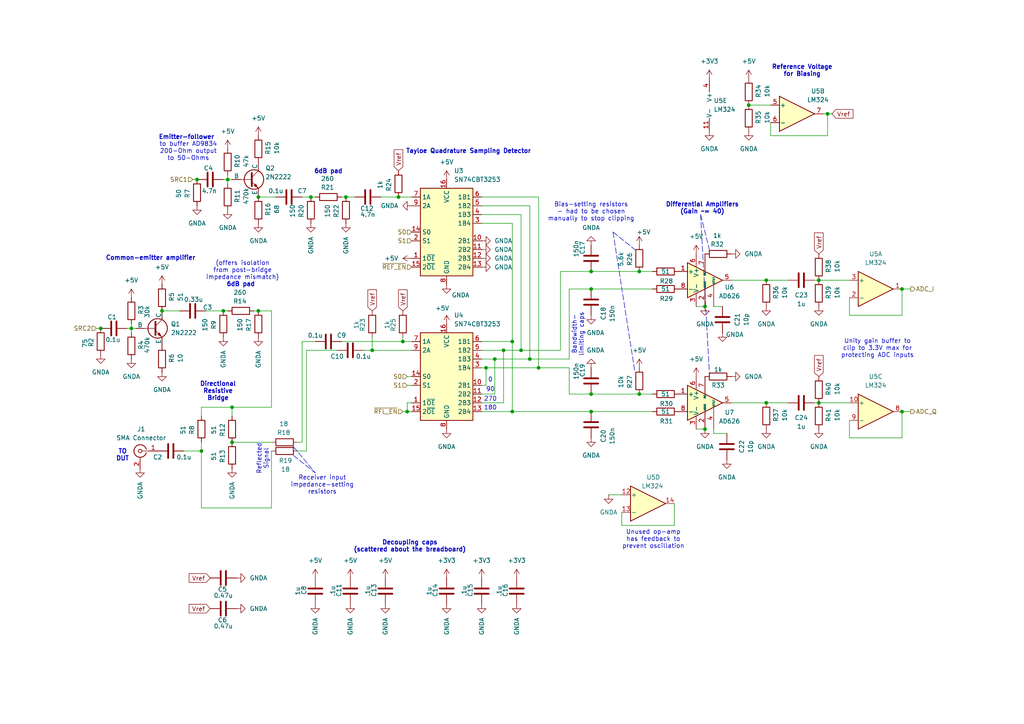
<source format=kicad_sch>
(kicad_sch (version 20250114) (generator "eeschema") (generator_version "9.0")
  (paper "A4")
  (title_block (title "Super VNA") (date "2025-12-09") (rev "1.0") (company "Lafayette College") (comment 1 "Michael Petrov") (comment 2 "Joseph Freeston") (comment 4 "ECE414 Final Project"))
  (lib_symbols
    (symbol "AD626:AD626" (pin_names (offset 0.127))
      (property "Reference" "U" (at 3.81 3.175 0))
      (property "Value" "AD626" (at 3.81 -3.175 0))
      (symbol "AD626_0_1"
        (polyline (pts (xy 5.08 0) (xy -5.08 5.08) (xy -5.08 -5.08) (xy 5.08 0)) (stroke (width 0.254)) (fill (type background)))
      )
      (symbol "AD626_1_1"
        (pin input line (at -7.62 2.54 0) (length 2.54) (name "+") (number "1"))
        (pin input line (at -7.62 -2.54 0) (length 2.54) (name "-") (number "8"))
        (pin power_in line (at -2.54 7.62 270) (length 3.81) (name "V+") (number "6"))
        (pin power_in line (at -2.54 -7.62 90) (length 3.81) (name "V-") (number "3"))
        (pin passive line (at 0 7.62 270) (length 5.08) (name "RG") (number "7"))
        (pin passive line (at 0 -7.62 90) (length 5.08) (name "AGND") (number "2"))
        (pin passive line (at 2.54 -7.62 90) (length 6.35) (name "CFILT") (number "4"))
        (pin output line (at 7.62 0 180) (length 2.54) (name "~") (number "5"))
      )
    )
    (symbol "Amplifier_Operational:LM324" (pin_names (offset 0.127))
      (property "Reference" "U" (at 0 5.08 0))
      (property "Value" "LM324" (at 0 -5.08 0))
      (symbol "LM324_1_1"
        (polyline (pts (xy -5.08 5.08) (xy 5.08 0) (xy -5.08 -5.08) (xy -5.08 5.08)) (stroke (width 0.254)) (fill (type background)))
        (pin input line (at -7.62 2.54 0) (length 2.54) (name "+") (number "3"))
        (pin input line (at -7.62 -2.54 0) (length 2.54) (name "-") (number "2"))
        (pin output line (at 7.62 0 180) (length 2.54) (name "~") (number "1"))
      )
      (symbol "LM324_2_1"
        (polyline (pts (xy -5.08 5.08) (xy 5.08 0) (xy -5.08 -5.08) (xy -5.08 5.08)) (stroke (width 0.254)) (fill (type background)))
        (pin input line (at -7.62 2.54 0) (length 2.54) (name "+") (number "5"))
        (pin input line (at -7.62 -2.54 0) (length 2.54) (name "-") (number "6"))
        (pin output line (at 7.62 0 180) (length 2.54) (name "~") (number "7"))
      )
      (symbol "LM324_3_1"
        (polyline (pts (xy -5.08 5.08) (xy 5.08 0) (xy -5.08 -5.08) (xy -5.08 5.08)) (stroke (width 0.254)) (fill (type background)))
        (pin input line (at -7.62 2.54 0) (length 2.54) (name "+") (number "10"))
        (pin input line (at -7.62 -2.54 0) (length 2.54) (name "-") (number "9"))
        (pin output line (at 7.62 0 180) (length 2.54) (name "~") (number "8"))
      )
      (symbol "LM324_4_1"
        (polyline (pts (xy -5.08 5.08) (xy 5.08 0) (xy -5.08 -5.08) (xy -5.08 5.08)) (stroke (width 0.254)) (fill (type background)))
        (pin input line (at -7.62 2.54 0) (length 2.54) (name "+") (number "12"))
        (pin input line (at -7.62 -2.54 0) (length 2.54) (name "-") (number "13"))
        (pin output line (at 7.62 0 180) (length 2.54) (name "~") (number "14"))
      )
      (symbol "LM324_5_1"
        (pin power_in line (at -2.54 7.62 270) (length 3.81) (name "V+") (number "4"))
        (pin power_in line (at -2.54 -7.62 90) (length 3.81) (name "V-") (number "11"))
      )
    )
    (symbol "Analog_Switch:SN74CBT3253"
      (property "Reference" "U" (at -7.62 13.97 0))
      (property "Value" "SN74CBT3253" (at -11.43 -13.97 0))
      (symbol "SN74CBT3253_0_1"
        (rectangle (start -7.62 12.7) (end 7.62 -12.7) (stroke (width 0.254)) (fill (type background)))
        (rectangle (start 7.62 -12.7) (end 7.62 -12.7))
      )
      (symbol "SN74CBT3253_1_1"
        (pin bidirectional line (at -10.16 10.16 0) (length 2.54) (name "1A") (number "7"))
        (pin bidirectional line (at -10.16 7.62 0) (length 2.54) (name "2A") (number "9"))
        (pin input line (at -10.16 0 0) (length 2.54) (name "S0") (number "14"))
        (pin input line (at -10.16 -2.54 0) (length 2.54) (name "S1") (number "2"))
        (pin input line (at -10.16 -7.62 0) (length 2.54) (name "1~{OE}") (number "1"))
        (pin input line (at -10.16 -10.16 0) (length 2.54) (name "2~{OE}") (number "15"))
        (pin power_in line (at 0 15.24 270) (length 2.54) (name "VCC") (number "16"))
        (pin power_in line (at 0 -15.24 90) (length 2.54) (name "GND") (number "8"))
        (pin bidirectional line (at 10.16 10.16 180) (length 2.54) (name "1B1") (number "6"))
        (pin bidirectional line (at 10.16 7.62 180) (length 2.54) (name "1B2") (number "5"))
        (pin bidirectional line (at 10.16 5.08 180) (length 2.54) (name "1B3") (number "4"))
        (pin bidirectional line (at 10.16 2.54 180) (length 2.54) (name "1B4") (number "3"))
        (pin bidirectional line (at 10.16 -2.54 180) (length 2.54) (name "2B1") (number "10"))
        (pin bidirectional line (at 10.16 -5.08 180) (length 2.54) (name "2B2") (number "11"))
        (pin bidirectional line (at 10.16 -7.62 180) (length 2.54) (name "2B3") (number "12"))
        (pin bidirectional line (at 10.16 -10.16 180) (length 2.54) (name "2B4") (number "13"))
      )
    )
    (symbol "Connector:Conn_Coaxial" (pin_names (offset 1.016) (hide yes))
      (property "Reference" "J" (at 0.254 3.048 0))
      (property "Value" "Conn_Coaxial" (at 2.921 0 90))
      (symbol "Conn_Coaxial_0_1"
        (polyline (pts (xy -2.54 0) (xy -0.508 0)))
        (arc (start 1.778 0) (mid 0.222 -1.8079) (end -1.778 -0.508) (stroke (width 0.254)))
        (arc (start -1.778 0.508) (mid 0.2221 1.8084) (end 1.778 0) (stroke (width 0.254)))
        (circle (center 0 0) (radius 0.508) (stroke (width 0.2032)))
        (polyline (pts (xy 0 -2.54) (xy 0 -1.778)))
      )
      (symbol "Conn_Coaxial_1_1"
        (pin passive line (at -5.08 0 0) (length 2.54) (name "In") (number "1"))
        (pin passive line (at 0 -5.08 90) (length 2.54) (name "Ext") (number "2"))
      )
    )
    (symbol "Device:C" (pin_numbers (hide yes)) (pin_names (offset 0.254))
      (property "Reference" "C" (at 0.635 2.54 0))
      (property "Value" "C" (at 0.635 -2.54 0))
      (symbol "C_0_1"
        (polyline (pts (xy -2.032 0.762) (xy 2.032 0.762)) (stroke (width 0.508)))
        (polyline (pts (xy -2.032 -0.762) (xy 2.032 -0.762)) (stroke (width 0.508)))
      )
      (symbol "C_1_1"
        (pin passive line (at 0 3.81 270) (length 2.794) (name "~") (number "1"))
        (pin passive line (at 0 -3.81 90) (length 2.794) (name "~") (number "2"))
      )
    )
    (symbol "Device:R" (pin_numbers (hide yes)) (pin_names (offset 0))
      (property "Reference" "R" (at 2.032 0 90))
      (property "Value" "R" (at 0 0 90))
      (symbol "R_0_1"
        (rectangle (start -1.016 -2.54) (end 1.016 2.54) (stroke (width 0.254)))
      )
      (symbol "R_1_1"
        (pin passive line (at 0 3.81 270) (length 1.27) (name "~") (number "1"))
        (pin passive line (at 0 -3.81 90) (length 1.27) (name "~") (number "2"))
      )
    )
    (symbol "Simulation_SPICE:NPN" (pin_numbers (hide yes)) (pin_names (offset 0))
      (property "Reference" "Q" (at -2.54 7.62 0))
      (property "Value" "NPN" (at -2.54 5.08 0))
      (symbol "NPN_0_1"
        (polyline (pts (xy -2.54 0) (xy 0.635 0)) (stroke (width 0.1524)))
        (polyline (pts (xy 0.635 1.905) (xy 0.635 -1.905) (xy 0.635 -1.905)) (stroke (width 0.508)))
        (polyline (pts (xy 0.635 0.635) (xy 2.54 2.54)))
        (polyline (pts (xy 0.635 -0.635) (xy 2.54 -2.54) (xy 2.54 -2.54)))
        (circle (center 1.27 0) (radius 2.8194) (stroke (width 0.254)))
        (polyline (pts (xy 1.27 -1.778) (xy 1.778 -1.27) (xy 2.286 -2.286) (xy 1.27 -1.778) (xy 1.27 -1.778)) (fill (type outline)))
        (polyline (pts (xy 2.794 -1.27) (xy 2.794 -1.27)) (stroke (width 0.1524)))
        (polyline (pts (xy 2.794 -1.27) (xy 2.794 -1.27)) (stroke (width 0.1524)))
      )
      (symbol "NPN_1_1"
        (pin input line (at -5.08 0 0) (length 2.54) (name "B") (number "2"))
        (pin open_collector line (at 2.54 5.08 270) (length 2.54) (name "C") (number "1"))
        (pin open_emitter line (at 2.54 -5.08 90) (length 2.54) (name "E") (number "3"))
      )
    )
    (symbol "power:+3V3" (power) (pin_numbers (hide yes)) (pin_names (offset 0) (hide yes))
      (property "Value" "+3V3" (at 0 3.556 0))
      (symbol "+3V3_0_1"
        (polyline (pts (xy -0.762 1.27) (xy 0 2.54)))
        (polyline (pts (xy 0 2.54) (xy 0.762 1.27)))
        (polyline (pts (xy 0 0) (xy 0 2.54)))
      )
      (symbol "+3V3_1_1"
        (pin power_in line (at 0 0 90) (length 0) (name "~") (number "1"))
      )
    )
    (symbol "power:+5V" (power) (pin_numbers (hide yes)) (pin_names (offset 0) (hide yes))
      (property "Value" "+5V" (at 0 3.556 0))
      (symbol "+5V_0_1"
        (polyline (pts (xy -0.762 1.27) (xy 0 2.54)))
        (polyline (pts (xy 0 2.54) (xy 0.762 1.27)))
        (polyline (pts (xy 0 0) (xy 0 2.54)))
      )
      (symbol "+5V_1_1"
        (pin power_in line (at 0 0 90) (length 0) (name "~") (number "1"))
      )
    )
    (symbol "power:GNDA" (power) (pin_numbers (hide yes)) (pin_names (offset 0) (hide yes))
      (property "Value" "GNDA" (at 0 -3.81 0))
      (symbol "GNDA_0_1"
        (polyline (pts (xy 0 0) (xy 0 -1.27) (xy 1.27 -1.27) (xy 0 -2.54) (xy -1.27 -1.27) (xy 0 -1.27)))
      )
      (symbol "GNDA_1_1"
        (pin power_in line (at 0 0 270) (length 0) (name "~") (number "1"))
      )
    )
  )
  (text "Decoupling caps\n(scattered about the breadboard)" (at 118.872 158.496 0) (effects (font (size 1.27 1.27) (thickness 0.254) (bold yes))))
  (text "Unused op-amp\nhas feedback to\nprevent oscillation" (at 189.484 156.464 0) (effects (font (size 1.27 1.27))))
  (text "to buffer AD9834\n200-Ohm output\nto 50-Ohms" (at 54.61 43.942 0) (effects (font (size 1.27 1.27))))
  (text "Bandwidth-\nlimiting caps" (at 167.64 97.028 90) (effects (font (size 1.27 1.27) (thickness 0.1588))))
  (text "(offers isolation\nfrom post-bridge\nimpedance mismatch)" (at 70.358 78.486 0) (effects (font (size 1.27 1.27))))
  (text "Bias-setting resistors\n- had to be chosen\nmanually to stop clipping" (at 171.45 61.468 0) (effects (font (size 1.27 1.27))))
  (text "0" (at 142.24 110.236 0) (effects (font (size 1.27 1.27))))
  (text "270" (at 142.24 115.824 0) (effects (font (size 1.27 1.27))))
  (text "6dB pad" (at 69.85 82.55 0) (effects (font (size 1.27 1.27) (thickness 0.254) (bold yes))))
  (text "Unity gain buffer to\nclip to 3.3V max for\nprotecting ADC inputs" (at 254.508 101.092 0) (effects (font (size 1.27 1.27))))
  (text "TO\nDUT" (at 35.56 132.08 0) (effects (font (size 1.27 1.27) (thickness 0.254) (bold yes))))
  (text "180" (at 142.24 118.364 0) (effects (font (size 1.27 1.27))))
  (text "Reflected\nSignal" (at 76.2 133.096 90) (effects (font (size 1.27 1.27))))
  (text "Reference Voltage\nfor Biasing" (at 232.664 20.574 0) (effects (font (size 1.27 1.27) (thickness 0.254) (bold yes))))
  (text "Common-emitter amplifier" (at 43.688 74.93 0) (effects (font (size 1.27 1.27) (thickness 0.254) (bold yes))))
  (text "Emitter-follower" (at 54.102 39.878 0) (effects (font (size 1.27 1.27) (thickness 0.254) (bold yes))))
  (text "Receiver input\nimpedance-setting\nresistors" (at 93.472 140.716 0) (effects (font (size 1.27 1.27))))
  (text "Tayloe Quadrature Sampling Detector" (at 135.89 43.942 0) (effects (font (size 1.27 1.27) (thickness 0.254) (bold yes))))
  (text "6dB pad" (at 95.25 49.784 0) (effects (font (size 1.27 1.27) (thickness 0.254) (bold yes))))
  (text "Differential Amplifiers\n(Gain ~= 40)" (at 203.708 60.452 0) (effects (font (size 1.27 1.27) (thickness 0.254) (bold yes))))
  (text "90" (at 142.24 113.03 0) (effects (font (size 1.27 1.27))))
  (text "Directional\nResistive\nBridge" (at 63.246 113.538 0) (effects (font (size 1.27 1.27) (thickness 0.254) (bold yes))))
  (junction (at 237.49 116.84))
  (junction (at 90.17 57.15))
  (junction (at 29.21 95.25))
  (junction (at 204.47 88.9))
  (junction (at 204.47 124.46))
  (junction (at 74.93 90.17))
  (junction (at 66.04 52.07))
  (junction (at 185.42 114.3))
  (junction (at 67.31 128.27))
  (junction (at 153.67 104.14))
  (junction (at 148.59 99.06))
  (junction (at 156.21 106.68))
  (junction (at 171.45 78.74))
  (junction (at 116.84 99.06))
  (junction (at 115.57 57.15))
  (junction (at 57.15 52.07))
  (junction (at 140.97 106.68))
  (junction (at 240.03 33.02))
  (junction (at 261.62 83.82))
  (junction (at 74.93 57.15))
  (junction (at 185.42 78.74))
  (junction (at 222.25 116.84))
  (junction (at 46.99 90.17))
  (junction (at 148.59 119.38))
  (junction (at 171.45 119.38))
  (junction (at 38.1 95.25))
  (junction (at 151.13 101.6))
  (junction (at 237.49 81.28))
  (junction (at 261.62 119.38))
  (junction (at 171.45 114.3))
  (junction (at 171.45 83.82))
  (junction (at 64.77 90.17))
  (junction (at 100.33 57.15))
  (junction (at 118.11 119.38))
  (junction (at 222.25 81.28))
  (junction (at 143.51 104.14))
  (junction (at 107.95 101.6))
  (junction (at 67.31 118.11))
  (junction (at 217.17 30.48))
  (junction (at 146.05 101.6))
  (junction (at 58.42 130.81))
  (wire (pts (xy 139.7 57.15) (xy 156.21 57.15)))
  (wire (pts (xy 118.11 111.76) (xy 119.38 111.76)))
  (wire (pts (xy 238.76 33.02) (xy 240.03 33.02)))
  (wire (pts (xy 67.31 128.27) (xy 78.74 128.27)))
  (wire (pts (xy 223.52 39.37) (xy 240.03 39.37)))
  (wire (pts (xy 148.59 64.77) (xy 148.59 99.06)))
  (wire (pts (xy 118.11 116.84) (xy 119.38 116.84)))
  (wire (pts (xy 105.41 101.6) (xy 107.95 101.6)))
  (wire (pts (xy 236.22 81.28) (xy 237.49 81.28)))
  (wire (pts (xy 153.67 59.69) (xy 153.67 104.14)))
  (wire (pts (xy 107.95 101.6) (xy 107.95 97.79)))
  (wire (pts (xy 73.66 90.17) (xy 74.93 90.17)))
  (wire (pts (xy 74.93 90.17) (xy 78.74 90.17)))
  (wire (pts (xy 38.1 95.25) (xy 36.83 95.25)))
  (wire (pts (xy 156.21 106.68) (xy 140.97 106.68)))
  (wire (pts (xy 143.51 104.14) (xy 143.51 114.3)))
  (wire (pts (xy 171.45 83.82) (xy 165.1 83.82)))
  (wire (pts (xy 58.42 118.11) (xy 58.42 120.65)))
  (wire (pts (xy 99.06 57.15) (xy 100.33 57.15)))
  (wire (pts (xy 165.1 114.3) (xy 165.1 106.68)))
  (wire (pts (xy 207.01 88.9) (xy 209.55 88.9)))
  (wire (pts (xy 115.57 57.15) (xy 119.38 57.15)))
  (wire (pts (xy 118.11 109.22) (xy 119.38 109.22)))
  (wire (pts (xy 236.22 116.84) (xy 237.49 116.84)))
  (wire (pts (xy 38.1 95.25) (xy 38.1 96.52)))
  (polyline (pts (xy 203.2 62.23) (xy 205.74 107.95)) (stroke (width 0) (type dash)))
  (wire (pts (xy 55.88 52.07) (xy 57.15 52.07)))
  (wire (pts (xy 27.94 95.25) (xy 29.21 95.25)))
  (wire (pts (xy 74.93 57.15) (xy 80.01 57.15)))
  (wire (pts (xy 140.97 106.68) (xy 140.97 111.76)))
  (wire (pts (xy 210.82 125.73) (xy 207.01 125.73)))
  (wire (pts (xy 261.62 127) (xy 261.62 119.38)))
  (wire (pts (xy 66.04 52.07) (xy 66.04 53.34)))
  (wire (pts (xy 212.09 116.84) (xy 222.25 116.84)))
  (wire (pts (xy 88.9 130.81) (xy 88.9 101.6)))
  (wire (pts (xy 139.7 119.38) (xy 148.59 119.38)))
  (wire (pts (xy 151.13 101.6) (xy 162.56 101.6)))
  (polyline (pts (xy 203.2 62.23) (xy 205.74 72.39)) (stroke (width 0) (type dash)))
  (wire (pts (xy 153.67 104.14) (xy 143.51 104.14)))
  (wire (pts (xy 139.7 111.76) (xy 140.97 111.76)))
  (wire (pts (xy 212.09 81.28) (xy 222.25 81.28)))
  (wire (pts (xy 139.7 106.68) (xy 140.97 106.68)))
  (wire (pts (xy 146.05 101.6) (xy 146.05 116.84)))
  (wire (pts (xy 180.34 152.4) (xy 195.58 152.4)))
  (wire (pts (xy 86.36 130.81) (xy 88.9 130.81)))
  (wire (pts (xy 207.01 125.73) (xy 207.01 124.46)))
  (polyline (pts (xy 177.8 67.31) (xy 184.15 72.39)) (stroke (width 0) (type dash)))
  (wire (pts (xy 222.25 116.84) (xy 228.6 116.84)))
  (wire (pts (xy 223.52 35.56) (xy 223.52 39.37)))
  (wire (pts (xy 240.03 39.37) (xy 240.03 33.02)))
  (wire (pts (xy 189.23 114.3) (xy 185.42 114.3)))
  (wire (pts (xy 58.42 147.32) (xy 58.42 130.81)))
  (wire (pts (xy 39.37 95.25) (xy 38.1 95.25)))
  (wire (pts (xy 139.7 99.06) (xy 148.59 99.06)))
  (wire (pts (xy 165.1 83.82) (xy 165.1 104.14)))
  (wire (pts (xy 139.7 62.23) (xy 151.13 62.23)))
  (wire (pts (xy 67.31 52.07) (xy 66.04 52.07)))
  (wire (pts (xy 87.63 57.15) (xy 90.17 57.15)))
  (wire (pts (xy 139.7 116.84) (xy 146.05 116.84)))
  (wire (pts (xy 139.7 104.14) (xy 143.51 104.14)))
  (wire (pts (xy 139.7 64.77) (xy 148.59 64.77)))
  (wire (pts (xy 171.45 119.38) (xy 148.59 119.38)))
  (wire (pts (xy 264.16 83.82) (xy 261.62 83.82)))
  (wire (pts (xy 110.49 57.15) (xy 115.57 57.15)))
  (polyline (pts (xy 85.09 129.54) (xy 91.44 137.16)) (stroke (width 0) (type dash)))
  (wire (pts (xy 195.58 152.4) (xy 195.58 146.05)))
  (wire (pts (xy 139.7 101.6) (xy 146.05 101.6)))
  (wire (pts (xy 118.11 119.38) (xy 119.38 119.38)))
  (wire (pts (xy 217.17 30.48) (xy 223.52 30.48)))
  (wire (pts (xy 58.42 130.81) (xy 58.42 128.27)))
  (wire (pts (xy 86.36 128.27) (xy 87.63 128.27)))
  (polyline (pts (xy 177.8 67.31) (xy 184.15 107.95)) (stroke (width 0) (type dash)))
  (wire (pts (xy 176.53 143.51) (xy 180.34 143.51)))
  (wire (pts (xy 119.38 101.6) (xy 107.95 101.6)))
  (wire (pts (xy 78.74 90.17) (xy 78.74 118.11)))
  (wire (pts (xy 246.38 86.36) (xy 246.38 91.44)))
  (wire (pts (xy 148.59 99.06) (xy 148.59 119.38)))
  (wire (pts (xy 171.45 78.74) (xy 162.56 78.74)))
  (wire (pts (xy 46.99 90.17) (xy 52.07 90.17)))
  (wire (pts (xy 189.23 78.74) (xy 185.42 78.74)))
  (wire (pts (xy 99.06 99.06) (xy 116.84 99.06)))
  (wire (pts (xy 90.17 57.15) (xy 91.44 57.15)))
  (wire (pts (xy 264.16 119.38) (xy 261.62 119.38)))
  (wire (pts (xy 66.04 50.8) (xy 66.04 52.07)))
  (wire (pts (xy 116.84 119.38) (xy 118.11 119.38)))
  (wire (pts (xy 78.74 130.81) (xy 78.74 147.32)))
  (wire (pts (xy 261.62 83.82) (xy 261.62 91.44)))
  (wire (pts (xy 246.38 127) (xy 261.62 127)))
  (wire (pts (xy 171.45 114.3) (xy 165.1 114.3)))
  (wire (pts (xy 201.93 124.46) (xy 204.47 124.46)))
  (wire (pts (xy 64.77 90.17) (xy 66.04 90.17)))
  (wire (pts (xy 139.7 59.69) (xy 153.67 59.69)))
  (wire (pts (xy 171.45 78.74) (xy 185.42 78.74)))
  (wire (pts (xy 59.69 90.17) (xy 64.77 90.17)))
  (wire (pts (xy 38.1 93.98) (xy 38.1 95.25)))
  (wire (pts (xy 146.05 101.6) (xy 151.13 101.6)))
  (wire (pts (xy 246.38 121.92) (xy 246.38 127)))
  (wire (pts (xy 171.45 114.3) (xy 185.42 114.3)))
  (wire (pts (xy 139.7 114.3) (xy 143.51 114.3)))
  (wire (pts (xy 162.56 78.74) (xy 162.56 101.6)))
  (wire (pts (xy 165.1 106.68) (xy 156.21 106.68)))
  (wire (pts (xy 237.49 116.84) (xy 246.38 116.84)))
  (wire (pts (xy 240.03 33.02) (xy 241.3 33.02)))
  (wire (pts (xy 78.74 118.11) (xy 67.31 118.11)))
  (wire (pts (xy 222.25 81.28) (xy 228.6 81.28)))
  (wire (pts (xy 67.31 118.11) (xy 58.42 118.11)))
  (wire (pts (xy 151.13 62.23) (xy 151.13 101.6)))
  (wire (pts (xy 201.93 88.9) (xy 204.47 88.9)))
  (wire (pts (xy 67.31 120.65) (xy 67.31 118.11)))
  (wire (pts (xy 87.63 99.06) (xy 91.44 99.06)))
  (wire (pts (xy 246.38 91.44) (xy 261.62 91.44)))
  (wire (pts (xy 66.04 52.07) (xy 64.77 52.07)))
  (wire (pts (xy 53.34 130.81) (xy 58.42 130.81)))
  (wire (pts (xy 118.11 119.38) (xy 118.11 116.84)))
  (wire (pts (xy 88.9 101.6) (xy 97.79 101.6)))
  (wire (pts (xy 237.49 81.28) (xy 246.38 81.28)))
  (wire (pts (xy 171.45 119.38) (xy 189.23 119.38)))
  (wire (pts (xy 116.84 99.06) (xy 116.84 97.79)))
  (wire (pts (xy 100.33 57.15) (xy 102.87 57.15)))
  (wire (pts (xy 171.45 83.82) (xy 189.23 83.82)))
  (polyline (pts (xy 85.09 132.08) (xy 91.44 137.16)) (stroke (width 0) (type dash)))
  (wire (pts (xy 180.34 148.59) (xy 180.34 152.4)))
  (wire (pts (xy 116.84 99.06) (xy 119.38 99.06)))
  (wire (pts (xy 87.63 128.27) (xy 87.63 99.06)))
  (wire (pts (xy 165.1 104.14) (xy 153.67 104.14)))
  (wire (pts (xy 156.21 57.15) (xy 156.21 106.68)))
  (wire (pts (xy 78.74 147.32) (xy 58.42 147.32)))
  (global_label "Vref" (shape input) (at 107.95 90.17 90) (property "Intersheetrefs" "${INTERSHEET_REFS}" (effects (hide yes))))
  (global_label "Vref" (shape input) (at 116.84 90.17 90) (property "Intersheetrefs" "${INTERSHEET_REFS}" (effects (hide yes))))
  (global_label "Vref" (shape input) (at 237.49 73.66 90) (property "Intersheetrefs" "${INTERSHEET_REFS}" (effects (hide yes))))
  (global_label "Vref" (shape input) (at 115.57 49.53 90) (property "Intersheetrefs" "${INTERSHEET_REFS}" (effects (hide yes))))
  (global_label "Vref" (shape input) (at 241.3 33.02 0) (property "Intersheetrefs" "${INTERSHEET_REFS}" (effects (hide yes))))
  (global_label "Vref" (shape input) (at 60.96 176.53 180) (property "Intersheetrefs" "${INTERSHEET_REFS}" (effects (hide yes))))
  (global_label "Vref" (shape input) (at 237.49 109.22 90) (property "Intersheetrefs" "${INTERSHEET_REFS}" (effects (hide yes))))
  (global_label "Vref" (shape input) (at 60.96 167.64 180) (property "Intersheetrefs" "${INTERSHEET_REFS}" (effects (hide yes))))
  (hierarchical_label "~{RFL_EN}" (shape input) (at 116.84 119.38 180))
  (hierarchical_label "ADC_I" (shape output) (at 264.16 83.82 0))
  (hierarchical_label "ADC_Q" (shape output) (at 264.16 119.38 0))
  (hierarchical_label "SRC2" (shape input) (at 27.94 95.25 180))
  (hierarchical_label "S0" (shape input) (at 119.38 67.31 180))
  (hierarchical_label "S1" (shape input) (at 119.38 69.85 180))
  (hierarchical_label "S1" (shape input) (at 118.11 111.76 180))
  (hierarchical_label "~{REF_EN}" (shape input) (at 119.38 77.47 180))
  (hierarchical_label "SRC1" (shape input) (at 55.88 52.07 180))
  (hierarchical_label "S0" (shape input) (at 118.11 109.22 180))
  (symbol (lib_id "Device:C") (at 111.76 171.45 180) (unit 1)
    (property "Reference" "C13" (at 108.458 171.196 90))
    (property "Value" ".1u" (at 106.68 171.45 90))
    (property "Description" "Unpolarized capacitor" (effects (hide yes)))
  )
  (symbol (lib_id "power:+5V") (at 217.17 22.86 0) (unit 1)
    (property "Reference" "#PWR068" (effects (hide yes)))
    (property "Value" "+5V" (at 217.17 17.78 0))
    (property "Description" "Power symbol creates a global label with name \"+5V\"" (effects (hide yes)))
  )
  (symbol (lib_id "Device:R") (at 29.21 99.06 0) (unit 1)
    (property "Reference" "R2" (at 26.416 99.314 90))
    (property "Value" "75" (at 24.638 99.568 90))
    (property "Description" "Resistor" (effects (hide yes)))
  )
  (symbol (lib_id "Analog_Switch:SN74CBT3253") (at 129.54 67.31 0) (unit 1)
    (property "Reference" "U3" (at 131.6833 49.53 0) (effects (justify left)))
    (property "Value" "SN74CBT3253" (at 131.6833 52.07 0) (effects (justify left)))
    (property "Datasheet" "http://www.ti.com/lit/gpn/sn74cbt3253" (effects (hide yes)))
    (property "Description" "Dual 1 to 4 Analog Multiplexer" (effects (hide yes)))
  )
  (symbol (lib_id "Device:C") (at 33.02 95.25 90) (unit 1)
    (property "Reference" "C1" (at 32.512 91.948 90))
    (property "Value" "0.1u" (at 32.766 98.552 90))
    (property "Description" "Unpolarized capacitor" (effects (hide yes)))
  )
  (symbol (lib_id "power:+5V") (at 66.04 43.18 0) (unit 1)
    (property "Reference" "#PWR019" (effects (hide yes)))
    (property "Value" "+5V" (at 66.04 38.1 0))
    (property "Description" "Power symbol creates a global label with name \"+5V\"" (effects (hide yes)))
  )
  (symbol (lib_id "power:GNDA") (at 222.25 88.9 0) (unit 1)
    (property "Reference" "#PWR070" (effects (hide yes)))
    (property "Value" "GNDA" (at 222.25 93.98 0))
    (property "Description" "Power symbol creates a global label with name \"GNDA\" , analog ground" (effects (hide yes)))
  )
  (symbol (lib_id "Device:C") (at 232.41 81.28 270) (unit 1)
    (property "Reference" "C23" (at 232.41 85.598 90))
    (property "Value" "1u" (at 232.41 88.138 90))
    (property "Description" "Unpolarized capacitor" (effects (hide yes)))
  )
  (symbol (lib_id "power:GNDA") (at 176.53 143.51 0) (unit 1)
    (property "Reference" "#PWR055" (effects (hide yes)))
    (property "Value" "GNDA" (at 176.53 148.59 0))
    (property "Description" "Power symbol creates a global label with name \"GNDA\" , analog ground" (effects (hide yes)))
  )
  (symbol (lib_id "power:GNDA") (at 38.1 104.14 0) (unit 1)
    (property "Reference" "#PWR013" (effects (hide yes)))
    (property "Value" "GNDA" (at 38.1 109.22 0))
    (property "Description" "Power symbol creates a global label with name \"GNDA\" , analog ground" (effects (hide yes)))
  )
  (symbol (lib_id "Device:R") (at 67.31 132.08 0) (unit 1)
    (property "Reference" "R13" (at 64.516 132.334 90))
    (property "Value" "51" (at 61.976 132.334 90))
    (property "Description" "Resistor" (effects (hide yes)))
  )
  (symbol (lib_id "power:+5V") (at 201.93 73.66 0) (unit 1)
    (property "Reference" "#PWR058" (effects (hide yes)))
    (property "Value" "+5V" (at 201.93 68.58 0))
    (property "Description" "Power symbol creates a global label with name \"+5V\"" (effects (hide yes)))
  )
  (symbol (lib_id "Device:C") (at 64.77 167.64 270) (unit 1)
    (property "Reference" "C5" (at 64.516 170.942 90))
    (property "Value" "0.47u" (at 64.77 172.72 90))
    (property "Description" "Unpolarized capacitor" (effects (hide yes)))
  )
  (symbol (lib_id "Device:R") (at 46.99 104.14 180) (unit 1)
    (property "Reference" "R6" (at 49.784 103.886 90))
    (property "Value" "10" (at 52.324 103.886 90))
    (property "Description" "Resistor" (effects (hide yes)))
  )
  (symbol (lib_id "power:+5V") (at 185.42 71.12 0) (unit 1)
    (property "Reference" "#PWR056" (effects (hide yes)))
    (property "Value" "+5V" (at 186.69 67.31 0))
    (property "Description" "Power symbol creates a global label with name \"+5V\"" (effects (hide yes)))
  )
  (symbol (lib_id "Device:R") (at 237.49 113.03 180) (unit 1)
    (property "Reference" "R40" (at 240.284 112.776 90))
    (property "Value" "10k" (at 242.824 112.776 90))
    (property "Description" "Resistor" (effects (hide yes)))
  )
  (symbol (lib_id "power:+5V") (at 91.44 167.64 0) (unit 1)
    (property "Reference" "#PWR028" (effects (hide yes)))
    (property "Value" "+5V" (at 91.44 162.56 0))
    (property "Description" "Power symbol creates a global label with name \"+5V\"" (effects (hide yes)))
  )
  (symbol (lib_id "Amplifier_Operational:LM324") (at 187.96 146.05 0) (unit 4)
    (property "Reference" "U5" (at 189.484 138.43 0))
    (property "Value" "LM324" (at 189.23 140.97 0))
    (property "Datasheet" "http://www.ti.com/lit/ds/symlink/lm2902-n.pdf" (effects (hide yes)))
    (property "Description" "Low-Power, Quad-Operational Amplifiers, DIP-14/SOIC-14/SSOP-14" (effects (hide yes)))
  )
  (symbol (lib_id "Simulation_SPICE:NPN") (at 44.45 95.25 0) (unit 1)
    (property "Reference" "Q1" (at 49.53 93.9799 0) (effects (justify left)))
    (property "Value" "2N2222" (at 49.53 96.5199 0) (effects (justify left)))
    (property "Datasheet" "https://ngspice.sourceforge.io/docs/ngspice-html-manual/manual.xhtml#cha_BJTs" (effects (hide yes)))
    (property "Description" "Bipolar transistor symbol for simulation only, substrate tied to the emitter" (effects (hide yes)))
    (property "Sim.Device" "NPN" (effects (hide yes)))
    (property "Sim.Type" "GUMMELPOON" (effects (hide yes)))
    (property "Sim.Pins" "1=C 2=B 3=E" (effects (hide yes)))
  )
  (symbol (lib_id "Device:R") (at 74.93 93.98 0) (unit 1)
    (property "Reference" "R17" (at 72.136 94.234 90))
    (property "Value" "150" (at 69.596 94.234 90))
    (property "Description" "Resistor" (effects (hide yes)))
  )
  (symbol (lib_id "power:GNDA") (at 139.7 69.85 90) (unit 1)
    (property "Reference" "#PWR043" (effects (hide yes)))
    (property "Value" "GNDA" (at 143.3926 69.8499 90) (effects (justify right)))
    (property "Description" "Power symbol creates a global label with name \"GNDA\" , analog ground" (effects (hide yes)))
  )
  (symbol (lib_id "Device:C") (at 60.96 52.07 90) (unit 1)
    (property "Reference" "C4" (at 60.452 48.768 90))
    (property "Value" "4.7n" (at 60.706 55.372 90))
    (property "Description" "Unpolarized capacitor" (effects (hide yes)))
  )
  (symbol (lib_id "power:GNDA") (at 171.45 106.68 180) (unit 1)
    (property "Reference" "#PWR053" (effects (hide yes)))
    (property "Value" "GNDA" (at 172.72 101.6 0))
    (property "Description" "Power symbol creates a global label with name \"GNDA\" , analog ground" (effects (hide yes)))
  )
  (symbol (lib_id "power:+5V") (at 101.6 167.64 0) (unit 1)
    (property "Reference" "#PWR031" (effects (hide yes)))
    (property "Value" "+5V" (at 101.6 162.56 0))
    (property "Description" "Power symbol creates a global label with name \"+5V\"" (effects (hide yes)))
  )
  (symbol (lib_id "Device:R") (at 116.84 93.98 0) (unit 1)
    (property "Reference" "R25" (at 114.046 94.234 90))
    (property "Value" "1k" (at 112.268 94.234 90))
    (property "Description" "Resistor" (effects (hide yes)))
  )
  (symbol (lib_id "power:+3V3") (at 139.7 167.64 0) (unit 1)
    (property "Reference" "#PWR047" (effects (hide yes)))
    (property "Value" "+3V3" (at 139.7 162.56 0))
    (property "Description" "Power symbol creates a global label with name \"+3V3\"" (effects (hide yes)))
  )
  (symbol (lib_id "Device:C") (at 91.44 171.45 180) (unit 1)
    (property "Reference" "C8" (at 88.138 171.196 90))
    (property "Value" "1u" (at 86.36 171.45 90))
    (property "Description" "Unpolarized capacitor" (effects (hide yes)))
  )
  (symbol (lib_id "Device:R") (at 193.04 83.82 90) (unit 1)
    (property "Reference" "R29" (at 193.294 86.614 90))
    (property "Value" "51" (at 193.04 83.82 90))
    (property "Description" "Resistor" (effects (hide yes)))
  )
  (symbol (lib_id "power:GNDA") (at 101.6 175.26 0) (unit 1)
    (property "Reference" "#PWR032" (effects (hide yes)))
    (property "Value" "GNDA" (at 101.5999 179.07 90) (effects (justify right)))
    (property "Description" "Power symbol creates a global label with name \"GNDA\" , analog ground" (effects (hide yes)))
  )
  (symbol (lib_id "power:GNDA") (at 29.21 102.87 0) (unit 1)
    (property "Reference" "#PWR011" (effects (hide yes)))
    (property "Value" "GNDA" (at 29.21 107.95 0))
    (property "Description" "Power symbol creates a global label with name \"GNDA\" , analog ground" (effects (hide yes)))
  )
  (symbol (lib_id "Device:C") (at 106.68 57.15 270) (unit 1)
    (property "Reference" "C12" (at 106.426 60.452 90))
    (property "Value" "4.7n" (at 106.68 62.23 90))
    (property "Description" "Unpolarized capacitor" (effects (hide yes)))
  )
  (symbol (lib_id "Device:C") (at 209.55 92.71 0) (unit 1)
    (property "Reference" "C21" (at 213.868 92.71 90))
    (property "Value" "10p" (at 216.408 92.71 90))
    (property "Description" "Unpolarized capacitor" (effects (hide yes)))
  )
  (symbol (lib_id "power:+5V") (at 38.1 86.36 0) (unit 1)
    (property "Reference" "#PWR012" (effects (hide yes)))
    (property "Value" "+5V" (at 38.1 81.28 0))
    (property "Description" "Power symbol creates a global label with name \"+5V\"" (effects (hide yes)))
  )
  (symbol (lib_id "power:+5V") (at 111.76 167.64 0) (unit 1)
    (property "Reference" "#PWR033" (effects (hide yes)))
    (property "Value" "+5V" (at 111.76 162.56 0))
    (property "Description" "Power symbol creates a global label with name \"+5V\"" (effects (hide yes)))
  )
  (symbol (lib_id "power:GNDA") (at 209.55 96.52 0) (unit 1)
    (property "Reference" "#PWR064" (effects (hide yes)))
    (property "Value" "GNDA" (at 213.106 97.028 0))
    (property "Description" "Power symbol creates a global label with name \"GNDA\" , analog ground" (effects (hide yes)))
  )
  (symbol (lib_id "Device:R") (at 64.77 93.98 0) (unit 1)
    (property "Reference" "R9" (at 61.976 94.234 90))
    (property "Value" "150" (at 59.436 94.234 90))
    (property "Description" "Resistor" (effects (hide yes)))
  )
  (symbol (lib_id "Device:R") (at 237.49 77.47 180) (unit 1)
    (property "Reference" "R38" (at 240.284 77.216 90))
    (property "Value" "10k" (at 242.824 77.216 90))
    (property "Description" "Resistor" (effects (hide yes)))
  )
  (symbol (lib_id "power:GNDA") (at 100.33 64.77 0) (unit 1)
    (property "Reference" "#PWR030" (effects (hide yes)))
    (property "Value" "GNDA" (at 100.3299 68.58 90) (effects (justify right)))
    (property "Description" "Power symbol creates a global label with name \"GNDA\" , analog ground" (effects (hide yes)))
  )
  (symbol (lib_id "power:+5V") (at 74.93 39.37 0) (unit 1)
    (property "Reference" "#PWR024" (effects (hide yes)))
    (property "Value" "+5V" (at 74.93 34.29 0))
    (property "Description" "Power symbol creates a global label with name \"+5V\"" (effects (hide yes)))
  )
  (symbol (lib_id "Device:R") (at 217.17 34.29 180) (unit 1)
    (property "Reference" "R35" (at 219.964 34.036 90))
    (property "Value" "10k" (at 222.504 34.036 90))
    (property "Description" "Resistor" (effects (hide yes)))
  )
  (symbol (lib_id "Device:C") (at 101.6 101.6 270) (unit 1)
    (property "Reference" "C10" (at 97.79 103.378 90))
    (property "Value" "0.1u" (at 105.41 103.378 90))
    (property "Description" "Unpolarized capacitor" (effects (hide yes)))
  )
  (symbol (lib_id "power:+5V") (at 185.42 106.68 0) (unit 1)
    (property "Reference" "#PWR057" (effects (hide yes)))
    (property "Value" "+5V" (at 185.42 101.6 0))
    (property "Description" "Power symbol creates a global label with name \"+5V\"" (effects (hide yes)))
  )
  (symbol (lib_id "power:GNDA") (at 171.45 91.44 0) (unit 1)
    (property "Reference" "#PWR052" (effects (hide yes)))
    (property "Value" "GNDA" (at 172.72 96.52 0))
    (property "Description" "Power symbol creates a global label with name \"GNDA\" , analog ground" (effects (hide yes)))
  )
  (symbol (lib_id "Device:C") (at 64.77 176.53 270) (unit 1)
    (property "Reference" "C6" (at 64.516 179.832 90))
    (property "Value" "0.47u" (at 64.77 181.61 90))
    (property "Description" "Unpolarized capacitor" (effects (hide yes)))
  )
  (symbol (lib_id "Device:C") (at 171.45 74.93 180) (unit 1)
    (property "Reference" "C17" (at 168.91 71.882 90))
    (property "Value" "150n" (at 167.132 72.136 90))
    (property "Description" "Unpolarized capacitor" (effects (hide yes)))
  )
  (symbol (lib_id "power:GNDA") (at 171.45 127 0) (unit 1)
    (property "Reference" "#PWR054" (effects (hide yes)))
    (property "Value" "GNDA" (at 171.45 132.08 0))
    (property "Description" "Power symbol creates a global label with name \"GNDA\" , analog ground" (effects (hide yes)))
  )
  (symbol (lib_id "power:+5V") (at 129.54 52.07 0) (unit 1)
    (property "Reference" "#PWR037" (effects (hide yes)))
    (property "Value" "+5V" (at 129.54 46.99 0))
    (property "Description" "Power symbol creates a global label with name \"+5V\"" (effects (hide yes)))
  )
  (symbol (lib_id "power:GNDA") (at 40.64 135.89 0) (unit 1)
    (property "Reference" "#PWR014" (effects (hide yes)))
    (property "Value" "GNDA" (at 40.6399 139.7 90) (effects (justify right)))
    (property "Description" "Power symbol creates a global label with name \"GNDA\" , analog ground" (effects (hide yes)))
  )
  (symbol (lib_id "Device:R") (at 38.1 90.17 180) (unit 1)
    (property "Reference" "R3" (at 40.894 89.916 90))
    (property "Value" "30k" (at 42.672 90.424 90))
    (property "Description" "Resistor" (effects (hide yes)))
  )
  (symbol (lib_id "power:+5V") (at 201.93 109.22 0) (unit 1)
    (property "Reference" "#PWR059" (effects (hide yes)))
    (property "Value" "+5V" (at 201.93 104.14 0))
    (property "Description" "Power symbol creates a global label with name \"+5V\"" (effects (hide yes)))
  )
  (symbol (lib_id "Device:R") (at 82.55 128.27 270) (unit 1)
    (property "Reference" "R18" (at 82.296 125.476 90))
    (property "Value" "18" (at 82.296 122.936 90))
    (property "Description" "Resistor" (effects (hide yes)))
  )
  (symbol (lib_id "Device:R") (at 46.99 86.36 180) (unit 1)
    (property "Reference" "R5" (at 49.784 86.106 90))
    (property "Value" "51" (at 52.324 86.106 90))
    (property "Description" "Resistor" (effects (hide yes)))
  )
  (symbol (lib_id "AD626:AD626") (at 204.47 116.84 0) (unit 1)
    (property "Reference" "U7" (at 211.582 119.634 0))
    (property "Value" "AD626" (at 211.582 122.174 0))
    (property "Datasheet" "https://www.analog.com/media/en/technical-documentation/data-sheets/AD628.pdf" (effects (hide yes)))
    (property "Description" "High Common-Mode Voltage, Programmable Gain Difference Amplifier, ±120V, Gain = 0.1 to 100, SOIC-8/MSOP-8" (effects (hide yes)))
  )
  (symbol (lib_id "power:GNDA") (at 149.86 175.26 0) (unit 1)
    (property "Reference" "#PWR050" (effects (hide yes)))
    (property "Value" "GNDA" (at 149.8599 179.07 90) (effects (justify right)))
    (property "Description" "Power symbol creates a global label with name \"GNDA\" , analog ground" (effects (hide yes)))
  )
  (symbol (lib_id "Device:R") (at 208.28 73.66 270) (unit 1)
    (property "Reference" "R32" (at 208.026 70.866 90))
    (property "Value" "1k" (at 208.026 68.326 90))
    (property "Description" "Resistor" (effects (hide yes)))
  )
  (symbol (lib_id "Amplifier_Operational:LM324") (at 254 83.82 0) (unit 1)
    (property "Reference" "U5" (at 254 73.66 0))
    (property "Value" "LM324" (at 254 76.2 0))
    (property "Datasheet" "http://www.ti.com/lit/ds/symlink/lm2902-n.pdf" (effects (hide yes)))
    (property "Description" "Low-Power, Quad-Operational Amplifiers, DIP-14/SOIC-14/SSOP-14" (effects (hide yes)))
  )
  (symbol (lib_id "Device:R") (at 74.93 43.18 180) (unit 1)
    (property "Reference" "R15" (at 77.724 42.926 90))
    (property "Value" "10k" (at 80.264 42.926 90))
    (property "Description" "Resistor" (effects (hide yes)))
  )
  (symbol (lib_id "power:GNDA") (at 66.04 60.96 0) (unit 1)
    (property "Reference" "#PWR020" (effects (hide yes)))
    (property "Value" "GNDA" (at 66.04 66.04 0))
    (property "Description" "Power symbol creates a global label with name \"GNDA\" , analog ground" (effects (hide yes)))
  )
  (symbol (lib_id "power:+5V") (at 46.99 82.55 0) (unit 1)
    (property "Reference" "#PWR015" (effects (hide yes)))
    (property "Value" "+5V" (at 46.99 77.47 0))
    (property "Description" "Power symbol creates a global label with name \"+5V\"" (effects (hide yes)))
  )
  (symbol (lib_id "Device:R") (at 95.25 57.15 270) (unit 1)
    (property "Reference" "R21" (at 94.996 54.356 90))
    (property "Value" "260" (at 94.996 51.816 90))
    (property "Description" "Resistor" (effects (hide yes)))
  )
  (symbol (lib_id "Device:R") (at 115.57 53.34 0) (unit 1)
    (property "Reference" "R24" (at 112.776 53.594 90))
    (property "Value" "1k" (at 110.236 53.594 90))
    (property "Description" "Resistor" (effects (hide yes)))
  )
  (symbol (lib_id "power:+5V") (at 119.38 74.93 90) (unit 1)
    (property "Reference" "#PWR036" (effects (hide yes)))
    (property "Value" "+5V" (at 115.57 74.9299 90) (effects (justify left)))
    (property "Description" "Power symbol creates a global label with name \"+5V\"" (effects (hide yes)))
  )
  (symbol (lib_id "power:GNDA") (at 205.74 38.1 0) (unit 1)
    (property "Reference" "#PWR063" (effects (hide yes)))
    (property "Value" "GNDA" (at 205.74 43.18 0))
    (property "Description" "Power symbol creates a global label with name \"GNDA\" , analog ground" (effects (hide yes)))
  )
  (symbol (lib_id "power:+3V3") (at 129.54 167.64 0) (unit 1)
    (property "Reference" "#PWR041" (effects (hide yes)))
    (property "Value" "+3V3" (at 129.54 162.56 0))
    (property "Description" "Power symbol creates a global label with name \"+3V3\"" (effects (hide yes)))
  )
  (symbol (lib_id "Connector:Conn_Coaxial") (at 40.64 130.81 0) (mirror y) (unit 1)
    (property "Reference" "J1" (at 40.9574 124.46 0))
    (property "Value" "SMA Connector" (at 40.9574 127 0))
    (property "Description" "coaxial connector (BNC, SMA, SMB, SMC, Cinch/RCA, LEMO, ...)" (effects (hide yes)))
  )
  (symbol (lib_id "power:GNDA") (at 139.7 77.47 90) (unit 1)
    (property "Reference" "#PWR046" (effects (hide yes)))
    (property "Value" "GNDA" (at 143.3926 77.4699 90) (effects (justify right)))
    (property "Description" "Power symbol creates a global label with name \"GNDA\" , analog ground" (effects (hide yes)))
  )
  (symbol (lib_id "power:GNDA") (at 139.7 72.39 90) (unit 1)
    (property "Reference" "#PWR044" (effects (hide yes)))
    (property "Value" "GNDA" (at 143.3926 72.3899 90) (effects (justify right)))
    (property "Description" "Power symbol creates a global label with name \"GNDA\" , analog ground" (effects (hide yes)))
  )
  (symbol (lib_id "power:GNDA") (at 91.44 175.26 0) (unit 1)
    (property "Reference" "#PWR029" (effects (hide yes)))
    (property "Value" "GNDA" (at 91.4399 179.07 90) (effects (justify right)))
    (property "Description" "Power symbol creates a global label with name \"GNDA\" , analog ground" (effects (hide yes)))
  )
  (symbol (lib_id "Device:R") (at 193.04 119.38 90) (unit 1)
    (property "Reference" "R31" (at 193.294 122.174 90))
    (property "Value" "51" (at 193.04 119.38 90))
    (property "Description" "Resistor" (effects (hide yes)))
  )
  (symbol (lib_id "Device:R") (at 67.31 124.46 0) (unit 1)
    (property "Reference" "R12" (at 64.516 124.714 90))
    (property "Value" "51" (at 61.976 124.714 90))
    (property "Description" "Resistor" (effects (hide yes)))
  )
  (symbol (lib_id "Device:C") (at 55.88 90.17 270) (unit 1)
    (property "Reference" "C3" (at 60.198 89.154 90))
    (property "Value" "0.33u" (at 56.134 86.868 90))
    (property "Description" "Unpolarized capacitor" (effects (hide yes)))
  )
  (symbol (lib_id "Device:C") (at 95.25 99.06 90) (unit 1)
    (property "Reference" "C9" (at 99.06 97.282 90))
    (property "Value" "0.1u" (at 91.44 97.282 90))
    (property "Description" "Unpolarized capacitor" (effects (hide yes)))
  )
  (symbol (lib_id "AD626:AD626") (at 204.47 81.28 0) (unit 1)
    (property "Reference" "U6" (at 211.582 83.312 0))
    (property "Value" "AD626" (at 211.582 85.852 0))
    (property "Datasheet" "https://www.analog.com/media/en/technical-documentation/data-sheets/AD628.pdf" (effects (hide yes)))
    (property "Description" "High Common-Mode Voltage, Programmable Gain Difference Amplifier, ±120V, Gain = 0.1 to 100, SOIC-8/MSOP-8" (effects (hide yes)))
  )
  (symbol (lib_id "power:+3V3") (at 149.86 167.64 0) (unit 1)
    (property "Reference" "#PWR049" (effects (hide yes)))
    (property "Value" "+3V3" (at 149.86 162.56 0))
    (property "Description" "Power symbol creates a global label with name \"+3V3\"" (effects (hide yes)))
  )
  (symbol (lib_id "power:GNDA") (at 212.09 73.66 90) (unit 1)
    (property "Reference" "#PWR066" (effects (hide yes)))
    (property "Value" "GNDA" (at 215.9 73.6599 90) (effects (justify right)))
    (property "Description" "Power symbol creates a global label with name \"GNDA\" , analog ground" (effects (hide yes)))
  )
  (symbol (lib_id "power:GNDA") (at 67.31 135.89 0) (unit 1)
    (property "Reference" "#PWR021" (effects (hide yes)))
    (property "Value" "GNDA" (at 67.3099 139.7 90) (effects (justify right)))
    (property "Description" "Power symbol creates a global label with name \"GNDA\" , analog ground" (effects (hide yes)))
  )
  (symbol (lib_id "Device:R") (at 193.04 78.74 90) (unit 1)
    (property "Reference" "R28" (at 193.294 81.534 90))
    (property "Value" "51" (at 193.04 78.74 90))
    (property "Description" "Resistor" (effects (hide yes)))
  )
  (symbol (lib_id "Device:R") (at 217.17 26.67 180) (unit 1)
    (property "Reference" "R34" (at 219.964 26.416 90))
    (property "Value" "10k" (at 222.504 26.416 90))
    (property "Description" "Resistor" (effects (hide yes)))
  )
  (symbol (lib_id "Device:C") (at 129.54 171.45 180) (unit 1)
    (property "Reference" "C14" (at 126.238 171.196 90))
    (property "Value" "1u" (at 124.46 171.45 90))
    (property "Description" "Unpolarized capacitor" (effects (hide yes)))
  )
  (symbol (lib_id "power:GNDA") (at 217.17 38.1 0) (unit 1)
    (property "Reference" "#PWR069" (effects (hide yes)))
    (property "Value" "GNDA" (at 217.17 43.18 0))
    (property "Description" "Power symbol creates a global label with name \"GNDA\" , analog ground" (effects (hide yes)))
  )
  (symbol (lib_id "power:+3V3") (at 205.74 22.86 0) (unit 1)
    (property "Reference" "#PWR062" (effects (hide yes)))
    (property "Value" "+3V3" (at 205.74 17.78 0))
    (property "Description" "Power symbol creates a global label with name \"+3V3\"" (effects (hide yes)))
  )
  (symbol (lib_id "Device:C") (at 139.7 171.45 180) (unit 1)
    (property "Reference" "C15" (at 136.398 171.196 90))
    (property "Value" ".1u" (at 134.62 171.45 90))
    (property "Description" "Unpolarized capacitor" (effects (hide yes)))
  )
  (symbol (lib_id "power:GNDA") (at 204.47 124.46 0) (unit 1)
    (property "Reference" "#PWR061" (effects (hide yes)))
    (property "Value" "GNDA" (at 204.47 129.54 0))
    (property "Description" "Power symbol creates a global label with name \"GNDA\" , analog ground" (effects (hide yes)))
  )
  (symbol (lib_id "Amplifier_Operational:LM324") (at 254 119.38 0) (unit 3)
    (property "Reference" "U5" (at 254 109.22 0))
    (property "Value" "LM324" (at 254 111.76 0))
    (property "Datasheet" "http://www.ti.com/lit/ds/symlink/lm2902-n.pdf" (effects (hide yes)))
    (property "Description" "Low-Power, Quad-Operational Amplifiers, DIP-14/SOIC-14/SSOP-14" (effects (hide yes)))
  )
  (symbol (lib_id "power:GNDA") (at 129.54 124.46 0) (unit 1)
    (property "Reference" "#PWR040" (effects (hide yes)))
    (property "Value" "GNDA" (at 129.54 129.54 0))
    (property "Description" "Power symbol creates a global label with name \"GNDA\" , analog ground" (effects (hide yes)))
  )
  (symbol (lib_id "Device:R") (at 74.93 60.96 180) (unit 1)
    (property "Reference" "R16" (at 77.724 60.706 90))
    (property "Value" "68" (at 80.264 60.706 90))
    (property "Description" "Resistor" (effects (hide yes)))
  )
  (symbol (lib_id "Device:R") (at 208.28 109.22 270) (unit 1)
    (property "Reference" "R33" (at 208.28 111.76 90))
    (property "Value" "1k" (at 208.28 107.188 90))
    (property "Description" "Resistor" (effects (hide yes)))
  )
  (symbol (lib_id "Device:R") (at 185.42 110.49 0) (unit 1)
    (property "Reference" "R27" (at 182.626 110.744 90))
    (property "Value" "10k" (at 180.086 110.744 90))
    (property "Description" "Resistor" (effects (hide yes)))
  )
  (symbol (lib_id "power:GNDA") (at 119.38 59.69 270) (unit 1)
    (property "Reference" "#PWR035" (effects (hide yes)))
    (property "Value" "GNDA" (at 115.57 59.6899 90) (effects (justify right)))
    (property "Description" "Power symbol creates a global label with name \"GNDA\" , analog ground" (effects (hide yes)))
  )
  (symbol (lib_id "power:+5V") (at 129.54 93.98 0) (unit 1)
    (property "Reference" "#PWR039" (effects (hide yes)))
    (property "Value" "+5V" (at 128.27 89.408 0))
    (property "Description" "Power symbol creates a global label with name \"+5V\"" (effects (hide yes)))
  )
  (symbol (lib_id "Device:R") (at 100.33 60.96 0) (unit 1)
    (property "Reference" "R22" (at 97.536 61.214 90))
    (property "Value" "150" (at 94.996 61.214 90))
    (property "Description" "Resistor" (effects (hide yes)))
  )
  (symbol (lib_id "power:GNDA") (at 74.93 97.79 0) (unit 1)
    (property "Reference" "#PWR026" (effects (hide yes)))
    (property "Value" "GNDA" (at 74.9299 101.6 90) (effects (justify right)))
    (property "Description" "Power symbol creates a global label with name \"GNDA\" , analog ground" (effects (hide yes)))
  )
  (symbol (lib_id "power:GNDA") (at 171.45 71.12 180) (unit 1)
    (property "Reference" "#PWR051" (effects (hide yes)))
    (property "Value" "GNDA" (at 171.45 66.04 0))
    (property "Description" "Power symbol creates a global label with name \"GNDA\" , analog ground" (effects (hide yes)))
  )
  (symbol (lib_id "power:GNDA") (at 46.99 107.95 0) (unit 1)
    (property "Reference" "#PWR016" (effects (hide yes)))
    (property "Value" "GNDA" (at 46.99 113.03 0))
    (property "Description" "Power symbol creates a global label with name \"GNDA\" , analog ground" (effects (hide yes)))
  )
  (symbol (lib_id "power:GNDA") (at 222.25 124.46 0) (unit 1)
    (property "Reference" "#PWR071" (effects (hide yes)))
    (property "Value" "GNDA" (at 222.25 129.54 0))
    (property "Description" "Power symbol creates a global label with name \"GNDA\" , analog ground" (effects (hide yes)))
  )
  (symbol (lib_id "Device:C") (at 49.53 130.81 270) (unit 1)
    (property "Reference" "C2" (at 45.72 132.588 90))
    (property "Value" "0.1u" (at 53.34 132.588 90))
    (property "Description" "Unpolarized capacitor" (effects (hide yes)))
  )
  (symbol (lib_id "Device:R") (at 222.25 85.09 180) (unit 1)
    (property "Reference" "R36" (at 225.044 84.836 90))
    (property "Value" "10k" (at 227.584 84.836 90))
    (property "Description" "Resistor" (effects (hide yes)))
  )
  (symbol (lib_id "Device:R") (at 82.55 130.81 90) (unit 1)
    (property "Reference" "R19" (at 82.804 133.604 90))
    (property "Value" "18" (at 82.804 136.144 90))
    (property "Description" "Resistor" (effects (hide yes)))
  )
  (symbol (lib_id "Device:R") (at 90.17 60.96 0) (unit 1)
    (property "Reference" "R20" (at 87.376 61.214 90))
    (property "Value" "150" (at 84.836 61.214 90))
    (property "Description" "Resistor" (effects (hide yes)))
  )
  (symbol (lib_id "power:GNDA") (at 237.49 124.46 0) (unit 1)
    (property "Reference" "#PWR073" (effects (hide yes)))
    (property "Value" "GNDA" (at 237.49 129.54 0))
    (property "Description" "Power symbol creates a global label with name \"GNDA\" , analog ground" (effects (hide yes)))
  )
  (symbol (lib_id "Device:R") (at 38.1 100.33 180) (unit 1)
    (property "Reference" "R4" (at 40.894 100.076 90))
    (property "Value" "470k" (at 42.672 100.076 90))
    (property "Description" "Resistor" (effects (hide yes)))
  )
  (symbol (lib_id "power:GNDA") (at 212.09 109.22 90) (unit 1)
    (property "Reference" "#PWR067" (effects (hide yes)))
    (property "Value" "GNDA" (at 215.9 109.2199 90) (effects (justify right)))
    (property "Description" "Power symbol creates a global label with name \"GNDA\" , analog ground" (effects (hide yes)))
  )
  (symbol (lib_id "power:GNDA") (at 204.47 88.9 0) (unit 1)
    (property "Reference" "#PWR060" (effects (hide yes)))
    (property "Value" "GNDA" (at 204.47 93.98 0))
    (property "Description" "Power symbol creates a global label with name \"GNDA\" , analog ground" (effects (hide yes)))
  )
  (symbol (lib_id "Device:R") (at 107.95 93.98 0) (unit 1)
    (property "Reference" "R23" (at 105.156 94.234 90))
    (property "Value" "1k" (at 103.378 94.234 90))
    (property "Description" "Resistor" (effects (hide yes)))
  )
  (symbol (lib_id "power:GNDA") (at 139.7 175.26 0) (unit 1)
    (property "Reference" "#PWR048" (effects (hide yes)))
    (property "Value" "GNDA" (at 139.6999 179.07 90) (effects (justify right)))
    (property "Description" "Power symbol creates a global label with name \"GNDA\" , analog ground" (effects (hide yes)))
  )
  (symbol (lib_id "power:GNDA") (at 129.54 82.55 0) (unit 1)
    (property "Reference" "#PWR038" (effects (hide yes)))
    (property "Value" "GNDA" (at 133.604 85.598 0))
    (property "Description" "Power symbol creates a global label with name \"GNDA\" , analog ground" (effects (hide yes)))
  )
  (symbol (lib_id "Analog_Switch:SN74CBT3253") (at 129.54 109.22 0) (unit 1)
    (property "Reference" "U4" (at 131.6833 91.44 0) (effects (justify left)))
    (property "Value" "SN74CBT3253" (at 131.6833 93.98 0) (effects (justify left)))
    (property "Datasheet" "http://www.ti.com/lit/gpn/sn74cbt3253" (effects (hide yes)))
    (property "Description" "Dual 1 to 4 Analog Multiplexer" (effects (hide yes)))
  )
  (symbol (lib_id "Device:R") (at 69.85 90.17 270) (unit 1)
    (property "Reference" "R14" (at 69.596 87.376 90))
    (property "Value" "260" (at 69.596 84.836 90))
    (property "Description" "Resistor" (effects (hide yes)))
  )
  (symbol (lib_id "Device:C") (at 210.82 129.54 0) (unit 1)
    (property "Reference" "C22" (at 215.138 129.54 90))
    (property "Value" "10p" (at 217.678 129.54 90))
    (property "Description" "Unpolarized capacitor" (effects (hide yes)))
  )
  (symbol (lib_id "Device:C") (at 171.45 123.19 0) (unit 1)
    (property "Reference" "C20" (at 175.006 126.492 90))
    (property "Value" "150n" (at 177.546 126.492 90))
    (property "Description" "Unpolarized capacitor" (effects (hide yes)))
  )
  (symbol (lib_id "Device:R") (at 58.42 124.46 0) (unit 1)
    (property "Reference" "R8" (at 55.626 124.714 90))
    (property "Value" "51" (at 53.086 124.714 90))
    (property "Description" "Resistor" (effects (hide yes)))
  )
  (symbol (lib_id "Device:C") (at 149.86 171.45 180) (unit 1)
    (property "Reference" "C16" (at 146.558 171.196 90))
    (property "Value" ".1u" (at 144.78 171.45 90))
    (property "Description" "Unpolarized capacitor" (effects (hide yes)))
  )
  (symbol (lib_id "Device:C") (at 232.41 116.84 270) (unit 1)
    (property "Reference" "C24" (at 232.41 121.158 90))
    (property "Value" "1u" (at 232.41 123.698 90))
    (property "Description" "Unpolarized capacitor" (effects (hide yes)))
  )
  (symbol (lib_id "Device:C") (at 171.45 87.63 0) (unit 1)
    (property "Reference" "C18" (at 175.006 90.932 90))
    (property "Value" "150n" (at 177.546 90.932 90))
    (property "Description" "Unpolarized capacitor" (effects (hide yes)))
  )
  (symbol (lib_id "Device:R") (at 66.04 57.15 180) (unit 1)
    (property "Reference" "R11" (at 68.834 56.896 90))
    (property "Value" "470k" (at 71.374 56.896 90))
    (property "Description" "Resistor" (effects (hide yes)))
  )
  (symbol (lib_id "power:GNDA") (at 237.49 88.9 0) (unit 1)
    (property "Reference" "#PWR072" (effects (hide yes)))
    (property "Value" "GNDA" (at 237.49 93.98 0))
    (property "Description" "Power symbol creates a global label with name \"GNDA\" , analog ground" (effects (hide yes)))
  )
  (symbol (lib_id "Device:C") (at 171.45 110.49 180) (unit 1)
    (property "Reference" "C19" (at 168.91 107.442 90))
    (property "Value" "150n" (at 167.132 107.696 90))
    (property "Description" "Unpolarized capacitor" (effects (hide yes)))
  )
  (symbol (lib_id "power:GNDA") (at 68.58 176.53 90) (unit 1)
    (property "Reference" "#PWR023" (effects (hide yes)))
    (property "Value" "GNDA" (at 72.39 176.5301 90) (effects (justify right)))
    (property "Description" "Power symbol creates a global label with name \"GNDA\" , analog ground" (effects (hide yes)))
  )
  (symbol (lib_id "power:GNDA") (at 139.7 74.93 90) (unit 1)
    (property "Reference" "#PWR045" (effects (hide yes)))
    (property "Value" "GNDA" (at 143.3926 74.9299 90) (effects (justify right)))
    (property "Description" "Power symbol creates a global label with name \"GNDA\" , analog ground" (effects (hide yes)))
  )
  (symbol (lib_id "Device:R") (at 193.04 114.3 90) (unit 1)
    (property "Reference" "R30" (at 193.294 117.094 90))
    (property "Value" "51" (at 193.04 114.3 90))
    (property "Description" "Resistor" (effects (hide yes)))
  )
  (symbol (lib_id "Device:C") (at 101.6 171.45 180) (unit 1)
    (property "Reference" "C11" (at 98.298 171.196 90))
    (property "Value" ".1u" (at 96.52 171.45 90))
    (property "Description" "Unpolarized capacitor" (effects (hide yes)))
  )
  (symbol (lib_id "Device:R") (at 222.25 120.65 180) (unit 1)
    (property "Reference" "R37" (at 225.044 120.396 90))
    (property "Value" "10k" (at 227.584 120.396 90))
    (property "Description" "Resistor" (effects (hide yes)))
  )
  (symbol (lib_id "Device:R") (at 237.49 85.09 180) (unit 1)
    (property "Reference" "R39" (at 240.284 84.836 90))
    (property "Value" "10k" (at 242.824 84.836 90))
    (property "Description" "Resistor" (effects (hide yes)))
  )
  (symbol (lib_id "power:GNDA") (at 74.93 64.77 0) (unit 1)
    (property "Reference" "#PWR025" (effects (hide yes)))
    (property "Value" "GNDA" (at 74.93 69.85 0))
    (property "Description" "Power symbol creates a global label with name \"GNDA\" , analog ground" (effects (hide yes)))
  )
  (symbol (lib_id "power:GNDA") (at 129.54 175.26 0) (unit 1)
    (property "Reference" "#PWR042" (effects (hide yes)))
    (property "Value" "GNDA" (at 129.5399 179.07 90) (effects (justify right)))
    (property "Description" "Power symbol creates a global label with name \"GNDA\" , analog ground" (effects (hide yes)))
  )
  (symbol (lib_id "Device:R") (at 185.42 74.93 0) (unit 1)
    (property "Reference" "R26" (at 182.626 75.184 90))
    (property "Value" "5.6k" (at 180.086 75.184 90))
    (property "Description" "Resistor" (effects (hide yes)))
  )
  (symbol (lib_id "Amplifier_Operational:LM324") (at 208.28 30.48 0) (unit 5)
    (property "Reference" "U5" (at 207.01 29.2099 0) (effects (justify left)))
    (property "Value" "LM324" (at 207.01 31.7499 0) (effects (justify left)))
    (property "Datasheet" "http://www.ti.com/lit/ds/symlink/lm2902-n.pdf" (effects (hide yes)))
    (property "Description" "Low-Power, Quad-Operational Amplifiers, DIP-14/SOIC-14/SSOP-14" (effects (hide yes)))
  )
  (symbol (lib_id "Device:R") (at 57.15 55.88 0) (unit 1)
    (property "Reference" "R7" (at 54.356 56.134 90))
    (property "Value" "50" (at 51.816 56.134 90))
    (property "Description" "Resistor" (effects (hide yes)))
  )
  (symbol (lib_id "Simulation_SPICE:NPN") (at 72.39 52.07 0) (unit 1)
    (property "Reference" "Q2" (at 76.962 48.768 0) (effects (justify left)))
    (property "Value" "2N2222" (at 76.962 51.308 0) (effects (justify left)))
    (property "Datasheet" "https://ngspice.sourceforge.io/docs/ngspice-html-manual/manual.xhtml#cha_BJTs" (effects (hide yes)))
    (property "Description" "Bipolar transistor symbol for simulation only, substrate tied to the emitter" (effects (hide yes)))
    (property "Sim.Device" "NPN" (effects (hide yes)))
    (property "Sim.Type" "GUMMELPOON" (effects (hide yes)))
    (property "Sim.Pins" "1=C 2=B 3=E" (effects (hide yes)))
  )
  (symbol (lib_id "Amplifier_Operational:LM324") (at 231.14 33.02 0) (unit 2)
    (property "Reference" "U5" (at 237.236 26.416 0))
    (property "Value" "LM324" (at 237.236 28.956 0))
    (property "Datasheet" "http://www.ti.com/lit/ds/symlink/lm2902-n.pdf" (effects (hide yes)))
    (property "Description" "Low-Power, Quad-Operational Amplifiers, DIP-14/SOIC-14/SSOP-14" (effects (hide yes)))
  )
  (symbol (lib_id "power:GNDA") (at 64.77 97.79 0) (unit 1)
    (property "Reference" "#PWR018" (effects (hide yes)))
    (property "Value" "GNDA" (at 64.7699 101.6 90) (effects (justify right)))
    (property "Description" "Power symbol creates a global label with name \"GNDA\" , analog ground" (effects (hide yes)))
  )
  (symbol (lib_id "power:GNDA") (at 57.15 59.69 0) (unit 1)
    (property "Reference" "#PWR017" (effects (hide yes)))
    (property "Value" "GNDA" (at 57.15 64.77 0))
    (property "Description" "Power symbol creates a global label with name \"GNDA\" , analog ground" (effects (hide yes)))
  )
  (symbol (lib_id "power:GNDA") (at 111.76 175.26 0) (unit 1)
    (property "Reference" "#PWR034" (effects (hide yes)))
    (property "Value" "GNDA" (at 111.7599 179.07 90) (effects (justify right)))
    (property "Description" "Power symbol creates a global label with name \"GNDA\" , analog ground" (effects (hide yes)))
  )
  (symbol (lib_id "power:GNDA") (at 90.17 64.77 0) (unit 1)
    (property "Reference" "#PWR027" (effects (hide yes)))
    (property "Value" "GNDA" (at 90.1699 68.58 90) (effects (justify right)))
    (property "Description" "Power symbol creates a global label with name \"GNDA\" , analog ground" (effects (hide yes)))
  )
  (symbol (lib_id "power:GNDA") (at 210.82 133.35 0) (unit 1)
    (property "Reference" "#PWR065" (effects (hide yes)))
    (property "Value" "GNDA" (at 210.82 138.43 0))
    (property "Description" "Power symbol creates a global label with name \"GNDA\" , analog ground" (effects (hide yes)))
  )
  (symbol (lib_id "Device:R") (at 237.49 120.65 180) (unit 1)
    (property "Reference" "R41" (at 240.284 120.396 90))
    (property "Value" "10k" (at 242.824 120.396 90))
    (property "Description" "Resistor" (effects (hide yes)))
  )
  (symbol (lib_id "power:GNDA") (at 68.58 167.64 90) (unit 1)
    (property "Reference" "#PWR022" (effects (hide yes)))
    (property "Value" "GNDA" (at 72.39 167.6401 90) (effects (justify right)))
    (property "Description" "Power symbol creates a global label with name \"GNDA\" , analog ground" (effects (hide yes)))
  )
  (symbol (lib_id "Device:C") (at 83.82 57.15 90) (unit 1)
    (property "Reference" "C7" (at 87.63 55.372 90))
    (property "Value" "0.1u" (at 80.01 55.372 90))
    (property "Description" "Unpolarized capacitor" (effects (hide yes)))
  )
  (symbol (lib_id "Device:R") (at 66.04 46.99 180) (unit 1)
    (property "Reference" "R10" (at 68.834 46.736 90))
    (property "Value" "47k" (at 71.374 46.736 90))
    (property "Description" "Resistor" (effects (hide yes)))
  )
)
</source>
